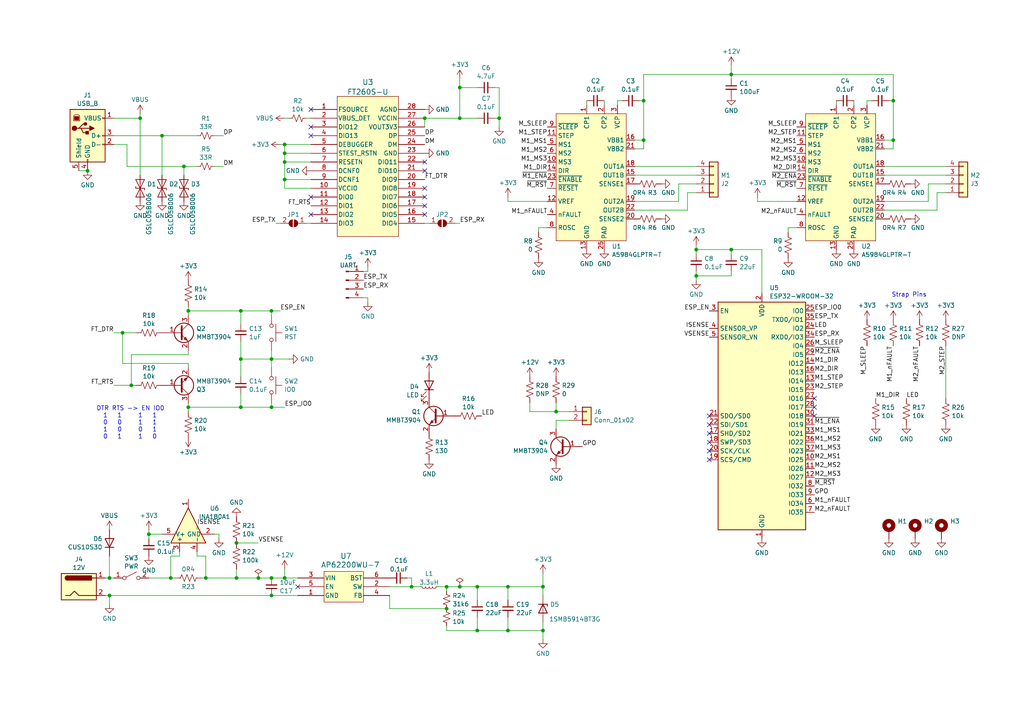
<source format=kicad_sch>
(kicad_sch (version 20231120) (generator "eeschema") (generator_version "8.0")
  (paper "A4")
  (junction (at 54.61 90.17))
  (junction (at 82.55 46.99))
  (junction (at 35.56 96.52))
  (junction (at 31.75 172.72))
  (junction (at 201.93 72.39))
  (junction (at 43.18 154.94))
  (junction (at 147.32 170.18))
  (junction (at 147.32 182.88))
  (junction (at 186.69 29.21))
  (junction (at 161.29 119.38))
  (junction (at 133.35 25.4))
  (junction (at 38.1 111.76))
  (junction (at 46.99 39.37))
  (junction (at 157.48 170.18))
  (junction (at 144.78 34.29))
  (junction (at 201.93 80.01))
  (junction (at 138.43 182.88))
  (junction (at 133.35 170.18))
  (junction (at 68.58 157.48))
  (junction (at 78.74 172.72))
  (junction (at 259.08 29.21))
  (junction (at 53.34 48.26))
  (junction (at 40.64 34.29))
  (junction (at 69.85 104.14))
  (junction (at 25.4 49.53))
  (junction (at 78.74 90.17))
  (junction (at 82.55 167.64))
  (junction (at 78.74 167.64))
  (junction (at 123.19 34.29))
  (junction (at 212.09 21.59))
  (junction (at 69.85 90.17))
  (junction (at 82.55 41.91))
  (junction (at 49.53 167.64))
  (junction (at 138.43 170.18))
  (junction (at 157.48 182.88))
  (junction (at 78.74 118.11))
  (junction (at 54.61 118.11))
  (junction (at 119.38 170.18))
  (junction (at 186.69 40.64))
  (junction (at 129.54 170.18))
  (junction (at 69.85 118.11))
  (junction (at 78.74 104.14))
  (junction (at 74.93 167.64))
  (junction (at 31.75 167.64))
  (junction (at 68.58 167.64))
  (junction (at 82.55 44.45))
  (junction (at 212.09 72.39))
  (junction (at 133.35 34.29))
  (junction (at 259.08 40.64))
  (junction (at 82.55 52.07))
  (junction (at 129.54 176.53))
  (junction (at 59.69 167.64))
  (no_connect (at 90.17 57.15))
  (no_connect (at 205.74 133.35))
  (no_connect (at 90.17 36.83))
  (no_connect (at 236.22 120.65))
  (no_connect (at 123.19 49.53))
  (no_connect (at 205.74 120.65))
  (no_connect (at 86.36 170.18))
  (no_connect (at 123.19 46.99))
  (no_connect (at 205.74 125.73))
  (no_connect (at 90.17 31.75))
  (no_connect (at 123.19 54.61))
  (no_connect (at 123.19 62.23))
  (no_connect (at 205.74 130.81))
  (no_connect (at 236.22 118.11))
  (no_connect (at 90.17 62.23))
  (no_connect (at 90.17 39.37))
  (no_connect (at 236.22 115.57))
  (no_connect (at 205.74 123.19))
  (no_connect (at 123.19 59.69))
  (no_connect (at 205.74 128.27))
  (no_connect (at 123.19 57.15))
  (wire (pts (xy 201.93 71.12) (xy 201.93 72.39)))
  (wire (pts (xy 54.61 88.9) (xy 54.61 90.17)))
  (wire (pts (xy 69.85 99.06) (xy 69.85 104.14)))
  (wire (pts (xy 46.99 39.37) (xy 46.99 50.8)))
  (wire (pts (xy 156.21 66.04) (xy 158.75 66.04)))
  (wire (pts (xy 259.08 43.18) (xy 259.08 40.64)))
  (wire (pts (xy 161.29 121.92) (xy 161.29 124.46)))
  (wire (pts (xy 31.75 161.29) (xy 31.75 167.64)))
  (wire (pts (xy 40.64 33.02) (xy 40.64 34.29)))
  (wire (pts (xy 69.85 118.11) (xy 78.74 118.11)))
  (wire (pts (xy 74.93 157.48) (xy 68.58 157.48)))
  (wire (pts (xy 31.75 172.72) (xy 78.74 172.72)))
  (wire (pts (xy 147.32 173.99) (xy 147.32 170.18)))
  (wire (pts (xy 147.32 58.42) (xy 158.75 58.42)))
  (wire (pts (xy 199.39 60.96) (xy 199.39 55.88)))
  (wire (pts (xy 201.93 80.01) (xy 201.93 81.28)))
  (wire (pts (xy 54.61 91.44) (xy 54.61 90.17)))
  (wire (pts (xy 219.71 58.42) (xy 231.14 58.42)))
  (wire (pts (xy 43.18 153.67) (xy 43.18 154.94)))
  (wire (pts (xy 63.5 156.21) (xy 63.5 154.94)))
  (wire (pts (xy 82.55 52.07) (xy 82.55 46.99)))
  (wire (pts (xy 256.54 48.26) (xy 274.32 48.26)))
  (wire (pts (xy 129.54 182.88) (xy 138.43 182.88)))
  (wire (pts (xy 196.85 58.42) (xy 196.85 53.34)))
  (wire (pts (xy 68.58 165.1) (xy 68.58 167.64)))
  (wire (pts (xy 83.82 104.14) (xy 78.74 104.14)))
  (wire (pts (xy 113.03 170.18) (xy 119.38 170.18)))
  (wire (pts (xy 82.55 34.29) (xy 83.82 34.29)))
  (wire (pts (xy 53.34 48.26) (xy 53.34 50.8)))
  (wire (pts (xy 80.01 64.77) (xy 81.28 64.77)))
  (wire (pts (xy 82.55 46.99) (xy 90.17 46.99)))
  (wire (pts (xy 271.78 55.88) (xy 274.32 55.88)))
  (wire (pts (xy 133.35 22.86) (xy 133.35 25.4)))
  (wire (pts (xy 33.02 111.76) (xy 38.1 111.76)))
  (wire (pts (xy 184.15 60.96) (xy 199.39 60.96)))
  (wire (pts (xy 31.75 172.72) (xy 31.75 175.26)))
  (wire (pts (xy 31.75 167.64) (xy 33.02 167.64)))
  (wire (pts (xy 184.15 58.42) (xy 196.85 58.42)))
  (wire (pts (xy 106.68 86.36) (xy 105.41 86.36)))
  (wire (pts (xy 30.48 172.72) (xy 31.75 172.72)))
  (wire (pts (xy 82.55 41.91) (xy 82.55 44.45)))
  (wire (pts (xy 201.93 78.74) (xy 201.93 80.01)))
  (wire (pts (xy 212.09 21.59) (xy 259.08 21.59)))
  (wire (pts (xy 157.48 180.34) (xy 157.48 182.88)))
  (wire (pts (xy 43.18 167.64) (xy 49.53 167.64)))
  (wire (pts (xy 212.09 72.39) (xy 212.09 73.66)))
  (wire (pts (xy 186.69 40.64) (xy 184.15 40.64)))
  (wire (pts (xy 52.07 161.29) (xy 52.07 160.02)))
  (wire (pts (xy 269.24 53.34) (xy 274.32 53.34)))
  (wire (pts (xy 49.53 161.29) (xy 52.07 161.29)))
  (wire (pts (xy 63.5 154.94) (xy 62.23 154.94)))
  (wire (pts (xy 82.55 44.45) (xy 82.55 46.99)))
  (wire (pts (xy 74.93 167.64) (xy 78.74 167.64)))
  (wire (pts (xy 69.85 104.14) (xy 78.74 104.14)))
  (wire (pts (xy 247.65 29.21) (xy 247.65 30.48)))
  (wire (pts (xy 78.74 104.14) (xy 78.74 101.6)))
  (wire (pts (xy 201.93 72.39) (xy 212.09 72.39)))
  (wire (pts (xy 106.68 87.63) (xy 106.68 86.36)))
  (wire (pts (xy 36.83 41.91) (xy 36.83 48.26)))
  (wire (pts (xy 78.74 116.84) (xy 78.74 118.11)))
  (wire (pts (xy 38.1 102.87) (xy 38.1 111.76)))
  (wire (pts (xy 129.54 176.53) (xy 113.03 176.53)))
  (wire (pts (xy 259.08 40.64) (xy 259.08 29.21)))
  (wire (pts (xy 228.6 66.04) (xy 231.14 66.04)))
  (wire (pts (xy 58.42 167.64) (xy 59.69 167.64)))
  (wire (pts (xy 124.46 64.77) (xy 123.19 64.77)))
  (wire (pts (xy 138.43 182.88) (xy 138.43 179.07)))
  (wire (pts (xy 118.11 167.64) (xy 119.38 167.64)))
  (wire (pts (xy 201.93 73.66) (xy 201.93 72.39)))
  (wire (pts (xy 62.23 39.37) (xy 64.77 39.37)))
  (wire (pts (xy 69.85 114.3) (xy 69.85 118.11)))
  (wire (pts (xy 186.69 29.21) (xy 186.69 21.59)))
  (wire (pts (xy 57.15 161.29) (xy 57.15 160.02)))
  (wire (pts (xy 78.74 172.72) (xy 86.36 172.72)))
  (wire (pts (xy 144.78 25.4) (xy 144.78 34.29)))
  (wire (pts (xy 38.1 111.76) (xy 39.37 111.76)))
  (wire (pts (xy 179.07 29.21) (xy 180.34 29.21)))
  (wire (pts (xy 251.46 29.21) (xy 252.73 29.21)))
  (wire (pts (xy 82.55 41.91) (xy 90.17 41.91)))
  (wire (pts (xy 138.43 182.88) (xy 147.32 182.88)))
  (wire (pts (xy 157.48 166.37) (xy 157.48 170.18)))
  (wire (pts (xy 78.74 104.14) (xy 78.74 106.68)))
  (wire (pts (xy 54.61 116.84) (xy 54.61 118.11)))
  (wire (pts (xy 69.85 90.17) (xy 78.74 90.17)))
  (wire (pts (xy 59.69 167.64) (xy 68.58 167.64)))
  (wire (pts (xy 242.57 29.21) (xy 242.57 30.48)))
  (wire (pts (xy 256.54 43.18) (xy 259.08 43.18)))
  (wire (pts (xy 165.1 121.92) (xy 161.29 121.92)))
  (wire (pts (xy 143.51 34.29) (xy 144.78 34.29)))
  (wire (pts (xy 22.86 49.53) (xy 25.4 49.53)))
  (wire (pts (xy 82.55 54.61) (xy 82.55 52.07)))
  (wire (pts (xy 256.54 50.8) (xy 274.32 50.8)))
  (wire (pts (xy 36.83 48.26) (xy 53.34 48.26)))
  (wire (pts (xy 153.67 116.84) (xy 153.67 119.38)))
  (wire (pts (xy 186.69 40.64) (xy 186.69 29.21)))
  (wire (pts (xy 88.9 34.29) (xy 90.17 34.29)))
  (wire (pts (xy 138.43 173.99) (xy 138.43 170.18)))
  (wire (pts (xy 123.19 34.29) (xy 123.19 36.83)))
  (wire (pts (xy 33.02 39.37) (xy 46.99 39.37)))
  (wire (pts (xy 257.81 29.21) (xy 259.08 29.21)))
  (wire (pts (xy 170.18 29.21) (xy 170.18 30.48)))
  (wire (pts (xy 43.18 154.94) (xy 43.18 156.21)))
  (wire (pts (xy 138.43 170.18) (xy 147.32 170.18)))
  (wire (pts (xy 78.74 167.64) (xy 82.55 167.64)))
  (wire (pts (xy 119.38 167.64) (xy 119.38 170.18)))
  (wire (pts (xy 143.51 25.4) (xy 144.78 25.4)))
  (wire (pts (xy 88.9 64.77) (xy 90.17 64.77)))
  (wire (pts (xy 30.48 167.64) (xy 31.75 167.64)))
  (wire (pts (xy 156.21 66.04) (xy 156.21 67.31)))
  (wire (pts (xy 184.15 48.26) (xy 201.93 48.26)))
  (wire (pts (xy 54.61 105.41) (xy 54.61 106.68)))
  (wire (pts (xy 129.54 170.18) (xy 133.35 170.18)))
  (wire (pts (xy 144.78 34.29) (xy 144.78 36.83)))
  (wire (pts (xy 82.55 167.64) (xy 86.36 167.64)))
  (wire (pts (xy 185.42 29.21) (xy 186.69 29.21)))
  (wire (pts (xy 212.09 19.05) (xy 212.09 21.59)))
  (wire (pts (xy 106.68 77.47) (xy 106.68 78.74)))
  (wire (pts (xy 54.61 105.41) (xy 35.56 105.41)))
  (wire (pts (xy 133.35 170.18) (xy 138.43 170.18)))
  (wire (pts (xy 153.67 119.38) (xy 161.29 119.38)))
  (wire (pts (xy 196.85 53.34) (xy 201.93 53.34)))
  (wire (pts (xy 184.15 43.18) (xy 186.69 43.18)))
  (wire (pts (xy 186.69 43.18) (xy 186.69 40.64)))
  (wire (pts (xy 35.56 105.41) (xy 35.56 96.52)))
  (wire (pts (xy 129.54 171.45) (xy 129.54 170.18)))
  (wire (pts (xy 259.08 29.21) (xy 259.08 21.59)))
  (wire (pts (xy 69.85 90.17) (xy 69.85 93.98)))
  (wire (pts (xy 81.28 90.17) (xy 78.74 90.17)))
  (wire (pts (xy 271.78 60.96) (xy 271.78 55.88)))
  (wire (pts (xy 33.02 96.52) (xy 35.56 96.52)))
  (wire (pts (xy 161.29 119.38) (xy 165.1 119.38)))
  (wire (pts (xy 228.6 67.31) (xy 228.6 66.04)))
  (wire (pts (xy 157.48 170.18) (xy 147.32 170.18)))
  (wire (pts (xy 54.61 101.6) (xy 54.61 102.87)))
  (wire (pts (xy 274.32 100.33) (xy 274.32 115.57)))
  (wire (pts (xy 119.38 170.18) (xy 121.92 170.18)))
  (wire (pts (xy 133.35 25.4) (xy 138.43 25.4)))
  (wire (pts (xy 90.17 54.61) (xy 82.55 54.61)))
  (wire (pts (xy 256.54 60.96) (xy 271.78 60.96)))
  (wire (pts (xy 82.55 167.64) (xy 82.55 165.1)))
  (wire (pts (xy 133.35 64.77) (xy 132.08 64.77)))
  (wire (pts (xy 40.64 34.29) (xy 33.02 34.29)))
  (wire (pts (xy 161.29 116.84) (xy 161.29 119.38)))
  (wire (pts (xy 269.24 58.42) (xy 269.24 53.34)))
  (wire (pts (xy 69.85 104.14) (xy 69.85 109.22)))
  (wire (pts (xy 212.09 72.39) (xy 220.98 72.39)))
  (wire (pts (xy 199.39 55.88) (xy 201.93 55.88)))
  (wire (pts (xy 179.07 30.48) (xy 179.07 29.21)))
  (wire (pts (xy 184.15 50.8) (xy 201.93 50.8)))
  (wire (pts (xy 147.32 179.07) (xy 147.32 182.88)))
  (wire (pts (xy 259.08 40.64) (xy 256.54 40.64)))
  (wire (pts (xy 251.46 30.48) (xy 251.46 29.21)))
  (wire (pts (xy 113.03 176.53) (xy 113.03 172.72)))
  (wire (pts (xy 43.18 154.94) (xy 46.99 154.94)))
  (wire (pts (xy 68.58 167.64) (xy 74.93 167.64)))
  (wire (pts (xy 157.48 182.88) (xy 147.32 182.88)))
  (wire (pts (xy 81.28 41.91) (xy 82.55 41.91)))
  (wire (pts (xy 157.48 170.18) (xy 157.48 172.72)))
  (wire (pts (xy 53.34 48.26) (xy 57.15 48.26)))
  (wire (pts (xy 49.53 167.64) (xy 49.53 161.29)))
  (wire (pts (xy 186.69 21.59) (xy 212.09 21.59)))
  (wire (pts (xy 129.54 182.88) (xy 129.54 181.61)))
  (wire (pts (xy 220.98 72.39) (xy 220.98 85.09)))
  (wire (pts (xy 212.09 21.59) (xy 212.09 22.86)))
  (wire (pts (xy 54.61 118.11) (xy 69.85 118.11)))
  (wire (pts (xy 54.61 90.17) (xy 69.85 90.17)))
  (wire (pts (xy 82.55 44.45) (xy 90.17 44.45)))
  (wire (pts (xy 59.69 161.29) (xy 57.15 161.29)))
  (wire (pts (xy 57.15 152.4) (xy 57.15 153.67)))
  (wire (pts (xy 35.56 96.52) (xy 39.37 96.52)))
  (wire (pts (xy 90.17 52.07) (xy 82.55 52.07)))
  (wire (pts (xy 133.35 34.29) (xy 123.19 34.29)))
  (wire (pts (xy 256.54 58.42) (xy 269.24 58.42)))
  (wire (pts (xy 175.26 29.21) (xy 175.26 30.48)))
  (wire (pts (xy 133.35 34.29) (xy 138.43 34.29)))
  (wire (pts (xy 212.09 80.01) (xy 212.09 78.74)))
  (wire (pts (xy 106.68 78.74) (xy 105.41 78.74)))
  (wire (pts (xy 219.71 57.15) (xy 219.71 58.42)))
  (wire (pts (xy 54.61 119.38) (xy 54.61 118.11)))
  (wire (pts (xy 157.48 182.88) (xy 157.48 185.42)))
  (wire (pts (xy 201.93 80.01) (xy 212.09 80.01)))
  (wire (pts (xy 147.32 57.15) (xy 147.32 58.42)))
  (wire (pts (xy 49.53 167.64) (xy 50.8 167.64)))
  (wire (pts (xy 59.69 167.64) (xy 59.69 161.29)))
  (wire (pts (xy 127 170.18) (xy 129.54 170.18)))
  (wire (pts (xy 62.23 48.26) (xy 64.77 48.26)))
  (wire (pts (xy 78.74 118.11) (xy 82.55 118.11)))
  (wire (pts (xy 46.99 39.37) (xy 57.15 39.37)))
  (wire (pts (xy 54.61 102.87) (xy 38.1 102.87)))
  (wire (pts (xy 33.02 41.91) (xy 36.83 41.91)))
  (wire (pts (xy 78.74 90.17) (xy 78.74 91.44)))
  (wire (pts (xy 40.64 34.29) (xy 40.64 50.8)))
  (wire (pts (xy 133.35 25.4) (xy 133.35 34.29)))
  (text "Strap Pins\n" (at 258.572 86.36 0) (effects (font (size 1.27 1.27)) (justify left bottom)))
  (text "DTR RTS -> EN IO0\n  1   1     1   1\n  0   0     1   1\n  1   0     0   1\n  0   1     1   0" (at 27.94 127.508 0) (effects (font (size 1.27 1.27)) (justify left bottom)))
  (label "ESP_RX" (at 133.35 64.77 0))
  (label "GPO" (at 236.22 143.51 0))
  (label "ESP_IO0" (at 82.55 118.11 0))
  (label "M2_MS1" (at 236.22 133.35 0))
  (label "FT_RTS" (at 90.17 59.69 180))
  (label "~{M_RST}" (at 231.14 54.61 180))
  (label "M1_DIR" (at 254 115.57 0))
  (label "M1_STEP" (at 236.22 110.49 0))
  (label "LED" (at 262.89 115.57 0))
  (label "ISENSE" (at 57.15 152.4 0))
  (label "ESP_TX" (at 236.22 92.71 0))
  (label "M1_MS3" (at 236.22 130.81 0))
  (label "M1_MS2" (at 236.22 128.27 0))
  (label "~{M_RST}" (at 236.22 140.97 0))
  (label "M2_MS3" (at 236.22 138.43 0))
  (label "M_SLEEP" (at 251.46 100.33 270))
  (label "ESP_IO0" (at 236.22 90.17 0))
  (label "LED" (at 236.22 95.25 0))
  (label "M2_nFAULT" (at 266.7 100.33 270))
  (label "M1_nFAULT" (at 158.75 62.23 180))
  (label "M2_DIR" (at 236.22 107.95 0))
  (label "M2_STEP" (at 231.14 39.37 180))
  (label "M2_STEP" (at 274.32 100.33 270))
  (label "M1_DIR" (at 158.75 49.53 180))
  (label "VSENSE" (at 205.74 97.79 180))
  (label "M1_STEP" (at 158.75 39.37 180))
  (label "M_SLEEP" (at 231.14 36.83 180))
  (label "M1_MS1" (at 158.75 41.91 180))
  (label "ESP_RX" (at 236.22 97.79 0))
  (label "M2_MS1" (at 231.14 41.91 180))
  (label "M1_nFAULT" (at 236.22 146.05 0))
  (label "VSENSE" (at 74.93 157.48 0))
  (label "M1_MS2" (at 158.75 44.45 180))
  (label "~{M1_ENA}" (at 158.75 52.07 180))
  (label "~{M_RST}" (at 158.75 54.61 180))
  (label "M_SLEEP" (at 236.22 100.33 0))
  (label "FT_RTS" (at 33.02 111.76 180))
  (label "ISENSE" (at 205.74 95.25 180))
  (label "ESP_TX" (at 80.01 64.77 180))
  (label "~{M2_ENA}" (at 236.22 102.87 0))
  (label "LED" (at 139.7 120.65 0))
  (label "M1_nFAULT" (at 259.08 100.33 270))
  (label "ESP_RX" (at 105.41 83.82 0))
  (label "M2_DIR" (at 231.14 49.53 180))
  (label "~{M1_ENA}" (at 236.22 123.19 0))
  (label "M2_MS3" (at 231.14 46.99 180))
  (label "M2_MS2" (at 236.22 135.89 0))
  (label "GPO" (at 168.91 129.54 0))
  (label "M2_STEP" (at 236.22 113.03 0))
  (label "M_SLEEP" (at 158.75 36.83 180))
  (label "M1_DIR" (at 236.22 105.41 0))
  (label "FT_DTR" (at 33.02 96.52 180))
  (label "DP" (at 64.77 39.37 0))
  (label "DM" (at 123.19 41.91 0))
  (label "M2_nFAULT" (at 236.22 148.59 0))
  (label "M1_MS1" (at 236.22 125.73 0))
  (label "M1_MS3" (at 158.75 46.99 180))
  (label "FT_DTR" (at 123.19 52.07 0))
  (label "ESP_EN" (at 81.28 90.17 0))
  (label "DP" (at 123.19 39.37 0))
  (label "ESP_EN" (at 205.74 90.17 180))
  (label "DM" (at 64.77 48.26 0))
  (label "~{M2_ENA}" (at 231.14 52.07 180))
  (label "ESP_TX" (at 105.41 81.28 0))
  (label "M2_nFAULT" (at 231.14 62.23 180))
  (label "M2_MS2" (at 231.14 44.45 180))
  (symbol (lib_id "power:GND") (at 161.29 134.62 0) (unit 1)
    (property "Reference" "#PWR040" (effects (hide yes)))
    (property "Value" "GND" (at 161.29 138.7531 0))
  )
  (symbol (lib_id "power:+3V3") (at 274.32 92.71 0) (unit 1)
    (property "Reference" "#PWR033" (effects (hide yes)))
    (property "Value" "+3V3" (at 274.32 88.5769 0))
  )
  (symbol (lib_id "power:+12V") (at 82.55 165.1 0) (unit 1)
    (property "Reference" "#PWR049" (effects (hide yes)))
    (property "Value" "+12V" (at 82.55 160.9669 0))
  )
  (symbol (lib_id "Device:C_Small") (at 78.74 170.18 0) (mirror x) (unit 1)
    (property "Reference" "C17" (at 81.0641 171.3858 0) (effects (justify left)))
    (property "Value" "10uF" (at 81.0641 168.9616 0) (effects (justify left)))
    (property "Footprint" "Capacitor_SMD:C_0805_2012Metric_Pad1.18x1.45mm_HandSolder" (effects (hide yes)))
  )
  (symbol (lib_id "power:GND") (at 40.64 58.42 0) (unit 1)
    (property "Reference" "#PWR018" (effects (hide yes)))
    (property "Value" "GND" (at 40.64 62.5531 0))
  )
  (symbol (lib_id "power:GND") (at 212.09 27.94 0) (unit 1)
    (property "Reference" "#PWR02" (effects (hide yes)))
    (property "Value" "GND" (at 212.09 32.0731 0))
  )
  (symbol (lib_id "Connector:Conn_01x04_Pin") (at 100.33 81.28 0) (unit 1)
    (property "Reference" "J5" (at 100.965 74.5195 0))
    (property "Value" "UART" (at 100.965 76.9437 0))
    (property "Footprint" "Connector_PinHeader_2.54mm:PinHeader_1x04_P2.54mm_Vertical" (effects (hide yes)))
  )
  (symbol (lib_id "power:GND") (at 25.4 49.53 0) (unit 1)
    (property "Reference" "#PWR010" (effects (hide yes)))
    (property "Value" "GND" (at 25.4 53.6631 0))
  )
  (symbol (lib_id "Mechanical:MountingHole_Pad") (at 265.43 153.67 0) (unit 1)
    (property "Reference" "H2" (at 267.97 151.1879 0) (effects (justify left)))
    (property "Value" "MountingHole_Pad" (effects (hide yes)))
    (property "Footprint" "MountingHole:MountingHole_3.2mm_M3_Pad" (effects (hide yes)))
  )
  (symbol (lib_id "Device:R_US") (at 124.46 129.54 0) (unit 1)
    (property "Reference" "R13" (at 126.111 128.3279 0) (effects (justify left)))
    (property "Value" "130" (at 126.111 130.7521 0) (effects (justify left)))
    (property "Footprint" "Resistor_SMD:R_0805_2012Metric_Pad1.20x1.40mm_HandSolder" (effects (hide yes)))
  )
  (symbol (lib_id "power:VBUS") (at 31.75 153.67 0) (unit 1)
    (property "Reference" "#PWR034" (effects (hide yes)))
    (property "Value" "VBUS" (at 31.75 149.5369 0))
  )
  (symbol (lib_id "Device:C_Small") (at 245.11 29.21 90) (unit 1)
    (property "Reference" "C4" (at 245.1163 23.5036 90))
    (property "Value" "0.1uF" (at 245.1163 25.9278 90))
    (property "Footprint" "Capacitor_SMD:C_0805_2012Metric_Pad1.18x1.45mm_HandSolder" (effects (hide yes)))
    (property "Digikey PN" "311-1140-1-ND" (effects (hide yes)))
  )
  (symbol (lib_id "power:GND") (at 264.16 53.34 90) (unit 1)
    (property "Reference" "#PWR09" (effects (hide yes)))
    (property "Value" "GND" (at 264.16 55.88 90) (effects (justify right)))
  )
  (symbol (lib_id "power:+3V3") (at 133.35 22.86 0) (unit 1)
    (property "Reference" "#PWR03" (effects (hide yes)))
    (property "Value" "+3V3" (at 133.35 18.7269 0))
  )
  (symbol (lib_id "power:+12V") (at 153.67 109.22 0) (unit 1)
    (property "Reference" "#PWR042" (effects (hide yes)))
    (property "Value" "+12V" (at 153.67 105.0869 0))
  )
  (symbol (lib_id "power:+3V3") (at 54.61 81.28 0) (unit 1)
    (property "Reference" "#PWR036" (effects (hide yes)))
    (property "Value" "+3V3" (at 54.61 77.1469 0))
  )
  (symbol (lib_id "power:GND") (at 191.77 63.5 90) (unit 1)
    (property "Reference" "#PWR016" (effects (hide yes)))
    (property "Value" "GND" (at 191.77 66.04 90) (effects (justify right)))
  )
  (symbol (lib_id "Device:R_US") (at 43.18 111.76 90) (unit 1)
    (property "Reference" "R19" (at 43.18 106.7267 90))
    (property "Value" "10k" (at 43.18 109.1509 90))
    (property "Footprint" "Resistor_SMD:R_0805_2012Metric_Pad1.20x1.40mm_HandSolder" (effects (hide yes)))
  )
  (symbol (lib_id "Device:R_US") (at 43.18 96.52 90) (unit 1)
    (property "Reference" "R18" (at 43.18 91.4867 90))
    (property "Value" "10k" (at 43.18 93.9109 90))
    (property "Footprint" "Resistor_SMD:R_0805_2012Metric_Pad1.20x1.40mm_HandSolder" (effects (hide yes)))
  )
  (symbol (lib_id "Device:C_Small") (at 182.88 29.21 90) (unit 1)
    (property "Reference" "C3" (at 182.8863 23.5036 90))
    (property "Value" "0.1uF" (at 182.8863 25.9278 90))
    (property "Footprint" "Capacitor_SMD:C_0805_2012Metric_Pad1.18x1.45mm_HandSolder" (effects (hide yes)))
    (property "Digikey PN" "311-1140-1-ND" (effects (hide yes)))
  )
  (symbol (lib_id "power:GND") (at 220.98 156.21 0) (unit 1)
    (property "Reference" "#PWR043" (effects (hide yes)))
    (property "Value" "GND" (at 220.98 160.3431 0))
  )
  (symbol (lib_id "Device:R_Small_US") (at 86.36 34.29 90) (unit 1)
    (property "Reference" "R2" (at 86.36 29.2567 90))
    (property "Value" "10k" (at 86.36 31.6809 90))
    (property "Footprint" "Resistor_SMD:R_0805_2012Metric_Pad1.20x1.40mm_HandSolder" (effects (hide yes)))
  )
  (symbol (lib_id "power:GND") (at 83.82 104.14 90) (unit 1)
    (property "Reference" "#PWR041" (effects (hide yes)))
    (property "Value" "GND" (at 86.995 104.14 90) (effects (justify right)))
  )
  (symbol (lib_id "power:GND") (at 201.93 81.28 0) (unit 1)
    (property "Reference" "#PWR028" (effects (hide yes)))
    (property "Value" "GND" (at 201.93 85.4131 0))
  )
  (symbol (lib_id "power:GND") (at 228.6 74.93 0) (unit 1)
    (property "Reference" "#PWR027" (effects (hide yes)))
    (property "Value" "GND" (at 228.6 79.0631 0))
  )
  (symbol (lib_id "AP62200WU_7:AP62200WU-7") (at 80.01 168.91 0) (mirror x) (unit 1)
    (property "Reference" "U7" (at 100.33 161.29 0) (effects (font (size 1.524 1.524))))
    (property "Value" "AP62200WU-7" (at 101.6 163.83 0) (effects (font (size 1.524 1.524))))
    (property "Footprint" "Package_TO_SOT_SMD:TSOT-23-6_HandSoldering" (effects (hide yes)))
    (property "Datasheet" "AP62200WU-7" (effects (hide yes)))
  )
  (symbol (lib_id "Device:C_Small") (at 212.09 25.4 0) (unit 1)
    (property "Reference" "C1" (at 214.4141 24.1942 0) (effects (justify left)))
    (property "Value" "100uF" (at 214.4141 26.6184 0) (effects (justify left)))
    (property "Footprint" "Capacitor_THT:C_Radial_D5.0mm_H7.0mm_P2.00mm" (effects (hide yes)))
  )
  (symbol (lib_id "Device:C_Small") (at 140.97 34.29 90) (unit 1)
    (property "Reference" "C7" (at 140.9763 28.5836 90))
    (property "Value" "0.1uF" (at 140.9763 31.0078 90))
    (property "Footprint" "Capacitor_SMD:C_0805_2012Metric_Pad1.18x1.45mm_HandSolder" (effects (hide yes)))
    (property "Digikey PN" "311-1140-1-ND" (effects (hide yes)))
  )
  (symbol (lib_id "Device:C_Small") (at 147.32 176.53 0) (unit 1)
    (property "Reference" "C19" (at 149.6441 175.3242 0) (effects (justify left)))
    (property "Value" "22uF" (at 149.6441 177.7484 0) (effects (justify left)))
    (property "Footprint" "Capacitor_SMD:C_0805_2012Metric_Pad1.18x1.45mm_HandSolder" (effects (hide yes)))
    (property "Digikey PN" "1276-6687-1-ND" (effects (hide yes)))
  )
  (symbol (lib_id "power:GND") (at 262.89 123.19 0) (unit 1)
    (property "Reference" "#PWR039" (effects (hide yes)))
    (property "Value" "GND" (at 262.89 127.3231 0))
  )
  (symbol (lib_id "A5984:A5984") (at 172.72 31.75 0) (unit 1)
    (property "Reference" "U1" (at 177.4541 71.4431 0) (effects (justify left)))
    (property "Value" "A5984GLPTR-T" (at 177.4541 73.8673 0) (effects (justify left)))
    (property "Footprint" "Package_SO:TSSOP-24-1EP_4.4x7.8mm_P0.65mm_EP3.2x5mm" (effects (hide yes)))
    (property "Datasheet" "https://www.allegromicro.com/~/media/Files/Datasheets/A5984-Datasheet.ashx" (effects (hide yes)))
    (property "Digikey PN" "620-1787-1-ND" (effects (hide yes)))
  )
  (symbol (lib_id "Device:R_US") (at 274.32 119.38 180) (unit 1)
    (property "Reference" "R26" (at 275.971 118.1678 0) (effects (justify right)))
    (property "Value" "10k" (at 275.971 120.5921 0) (effects (justify right)))
    (property "Footprint" "Resistor_SMD:R_0805_2012Metric_Pad1.20x1.40mm_HandSolder" (effects (hide yes)))
  )
  (symbol (lib_id "Device:R_Small_US") (at 59.69 39.37 90) (unit 1)
    (property "Reference" "R1" (at 59.69 34.3367 90))
    (property "Value" "33R" (at 59.69 36.7609 90))
    (property "Footprint" "Resistor_SMD:R_0805_2012Metric_Pad1.20x1.40mm_HandSolder" (effects (hide yes)))
    (property "Digikey PN" "RMCF0805JT33R0CT-ND" (effects (hide yes)))
  )
  (symbol (lib_id "Device:R_US") (at 228.6 71.12 0) (unit 1)
    (property "Reference" "R9" (at 226.949 69.9079 0) (effects (justify right)))
    (property "Value" "0" (at 226.949 72.3321 0) (effects (justify right)))
    (property "Footprint" "Resistor_SMD:R_0805_2012Metric_Pad1.20x1.40mm_HandSolder" (effects (hide yes)))
    (property "Digikey PN" "311-0.0ARCT-ND" (effects (hide yes)))
  )
  (symbol (lib_id "Connector_Generic:Conn_01x04") (at 207.01 53.34 0) (mirror x) (unit 1)
    (property "Reference" "J2" (at 209.042 53.2821 0) (effects (justify left)))
    (property "Value" "M1" (at 209.042 50.8579 0) (effects (justify left)))
    (property "Footprint" "Connector_JST:JST_PH_S4B-PH-K_1x04_P2.00mm_Horizontal" (effects (hide yes)))
    (property "Digikey PN" "455-1721-ND" (effects (hide yes)))
  )
  (symbol (lib_id "power:GND") (at 53.34 58.42 0) (unit 1)
    (property "Reference" "#PWR020" (effects (hide yes)))
    (property "Value" "GND" (at 53.34 62.5531 0))
  )
  (symbol (lib_id "Device:R_US") (at 156.21 71.12 0) (unit 1)
    (property "Reference" "R8" (at 154.559 69.9079 0) (effects (justify right)))
    (property "Value" "0" (at 154.559 72.3321 0) (effects (justify right)))
    (property "Footprint" "Resistor_SMD:R_0805_2012Metric_Pad1.20x1.40mm_HandSolder" (effects (hide yes)))
    (property "Digikey PN" "311-0.0ARCT-ND" (effects (hide yes)))
  )
  (symbol (lib_id "Device:C_Small") (at 172.72 29.21 90) (unit 1)
    (property "Reference" "C2" (at 172.7263 23.5036 90))
    (property "Value" "0.1uF" (at 172.7263 25.9278 90))
    (property "Footprint" "Capacitor_SMD:C_0805_2012Metric_Pad1.18x1.45mm_HandSolder" (effects (hide yes)))
    (property "Digikey PN" "311-1140-1-ND" (effects (hide yes)))
  )
  (symbol (lib_id "Device:R_US") (at 262.89 119.38 0) (unit 1)
    (property "Reference" "R17" (at 264.541 118.1679 0) (effects (justify left)))
    (property "Value" "10k" (at 264.541 120.5921 0) (effects (justify left)))
    (property "Footprint" "Resistor_SMD:R_0805_2012Metric_Pad1.20x1.40mm_HandSolder" (effects (hide yes)))
  )
  (symbol (lib_id "Device:C_Small") (at 140.97 25.4 90) (unit 1)
    (property "Reference" "C6" (at 140.9763 19.6936 90))
    (property "Value" "4.7uF" (at 140.9763 22.1178 90))
    (property "Footprint" "Capacitor_SMD:C_0805_2012Metric_Pad1.18x1.45mm_HandSolder" (effects (hide yes)))
    (property "Digikey PN" "1276-1244-1-ND" (effects (hide yes)))
  )
  (symbol (lib_id "Device:R_US") (at 135.89 120.65 90) (unit 1)
    (property "Reference" "R16" (at 135.89 115.6165 90))
    (property "Value" "10k" (at 135.89 118.0408 90))
    (property "Footprint" "Resistor_SMD:R_0805_2012Metric_Pad1.20x1.40mm_HandSolder" (effects (hide yes)))
  )
  (symbol (lib_id "power:GND") (at 175.26 72.39 0) (unit 1)
    (property "Reference" "#PWR023" (effects (hide yes)))
    (property "Value" "GND" (at 175.26 76.5231 0))
  )
  (symbol (lib_id "Device:R_US") (at 153.67 113.03 0) (unit 1)
    (property "Reference" "R28" (at 155.321 111.8178 0) (effects (justify left)))
    (property "Value" "DNP" (at 155.321 114.2421 0) (effects (justify left)))
    (property "Description" "Resistor, US symbol" (effects (hide yes)))
  )
  (symbol (lib_id "Transistor_BJT:MMBT3904") (at 52.07 111.76 0) (mirror x) (unit 1)
    (property "Reference" "Q3" (at 56.9214 112.9721 0) (effects (justify left)))
    (property "Value" "MMBT3904" (at 56.9214 110.5479 0) (effects (justify left)))
    (property "Footprint" "Package_TO_SOT_SMD:SOT-23" (effects (hide yes)))
    (property "Datasheet" "https://www.onsemi.com/pdf/datasheet/pzt3904-d.pdf" (effects (hide yes)))
  )
  (symbol (lib_id "power:GND") (at 265.43 156.21 0) (unit 1)
    (property "Reference" "#PWR056" (effects (hide yes)))
    (property "Value" "GND" (at 265.43 160.3431 0))
  )
  (symbol (lib_id "power:+3V3") (at 147.32 57.15 0) (unit 1)
    (property "Reference" "#PWR012" (effects (hide yes)))
    (property "Value" "+3V3" (at 147.32 53.0169 0))
  )
  (symbol (lib_id "power:GND") (at 123.19 44.45 90) (unit 1)
    (property "Reference" "#PWR014" (effects (hide yes)))
    (property "Value" "GND" (at 126.365 44.45 90) (effects (justify right)))
  )
  (symbol (lib_id "Jumper:SolderJumper_2_Open") (at 85.09 64.77 0) (mirror y) (unit 1)
    (property "Reference" "JP1" (at 85.09 62.23 0))
    (property "Value" "SolderJumper_2_Open" (effects (hide yes)))
    (property "Footprint" "Jumper:SolderJumper-2_P1.3mm_Open_TrianglePad1.0x1.5mm" (effects (hide yes)))
  )
  (symbol (lib_id "Device:D_Zener") (at 157.48 176.53 270) (unit 1)
    (property "Reference" "D5" (at 159.512 175.3178 90) (effects (justify left)))
    (property "Value" "1SMB5914BT3G" (at 159.258 179.578 90) (effects (justify left)))
    (property "Description" "Zener diode" (effects (hide yes)))
  )
  (symbol (lib_id "Device:R_US") (at 251.46 96.52 0) (unit 1)
    (property "Reference" "R10" (at 253.111 95.3079 0) (effects (justify left)))
    (property "Value" "10k" (at 253.111 97.7321 0) (effects (justify left)))
    (property "Footprint" "Resistor_SMD:R_0805_2012Metric_Pad1.20x1.40mm_HandSolder" (effects (hide yes)))
  )
  (symbol (lib_id "Connector_Generic:Conn_01x02") (at 170.18 119.38 0) (unit 1)
    (property "Reference" "J6" (at 172.212 119.4378 0) (effects (justify left)))
    (property "Value" "Conn_01x02" (at 172.212 121.8621 0) (effects (justify left)))
    (property "Description" "Generic connector, single row, 01x02, script generated (kicad-library-utils/schlib/autogen/connector/)" (effects (hide yes)))
  )
  (symbol (lib_id "Device:R_US") (at 266.7 96.52 0) (unit 1)
    (property "Reference" "R12" (at 268.351 95.3079 0) (effects (justify left)))
    (property "Value" "10k" (at 268.351 97.7321 0) (effects (justify left)))
    (property "Footprint" "Resistor_SMD:R_0805_2012Metric_Pad1.20x1.40mm_HandSolder" (effects (hide yes)))
  )
  (symbol (lib_id "power:GND") (at 46.99 58.42 0) (unit 1)
    (property "Reference" "#PWR019" (effects (hide yes)))
    (property "Value" "GND" (at 46.99 62.5531 0))
  )
  (symbol (lib_id "Device:R_US") (at 274.32 96.52 180) (unit 1)
    (property "Reference" "R27" (at 275.971 95.3078 0) (effects (justify right)))
    (property "Value" "DNP" (at 275.971 97.7321 0) (effects (justify right)))
    (property "Footprint" "Resistor_SMD:R_0805_2012Metric_Pad1.20x1.40mm_HandSolder" (effects (hide yes)))
  )
  (symbol (lib_id "Device:R_US") (at 260.35 63.5 270) (unit 1)
    (property "Reference" "R7" (at 261.62 66.04 90))
    (property "Value" "0R4" (at 257.81 66.04 90))
    (property "Footprint" "Resistor_SMD:R_1206_3216Metric_Pad1.30x1.75mm_HandSolder" (effects (hide yes)))
    (property "Digikey PN" "283-MFHA1206R4000FCCT-ND" (effects (hide yes)))
  )
  (symbol (lib_id "Diode:ESD9B3.3ST5G") (at 46.99 54.61 90) (unit 1)
    (property "Reference" "D2" (at 48.9966 53.3979 90) (effects (justify right)))
    (property "Value" "GSLC05B006" (at 49.53 55.88 0) (effects (justify right)))
    (property "Footprint" "Diode_SMD:D_SOD-323_HandSoldering" (effects (hide yes)))
    (property "Datasheet" "https://goodarksemi.com/docs/datasheets/esd_tvs/GSLCxxB006.pdf" (effects (hide yes)))
    (property "Digikey PN" "4786-GSLC05B006CT-ND" (effects (hide yes)))
  )
  (symbol (lib_id "power:GND") (at 257.81 156.21 0) (unit 1)
    (property "Reference" "#PWR055" (effects (hide yes)))
    (property "Value" "GND" (at 257.81 160.3431 0))
  )
  (symbol (lib_id "Device:D") (at 31.75 157.48 270) (mirror x) (unit 1)
    (property "Reference" "D6" (at 29.718 156.2678 90) (effects (justify right)))
    (property "Value" "CUS10S30" (at 29.718 158.6921 90) (effects (justify right)))
    (property "Description" "Diode" (effects (hide yes)))
    (property "Sim.Device" "D" (effects (hide yes)))
    (property "Sim.Pins" "1=K 2=A" (effects (hide yes)))
  )
  (symbol (lib_id "power:GND") (at 63.5 156.21 0) (unit 1)
    (property "Reference" "#PWR047" (effects (hide yes)))
    (property "Value" "GND" (at 63.5 160.3431 0))
  )
  (symbol (lib_id "Device:R_US") (at 259.08 96.52 0) (unit 1)
    (property "Reference" "R11" (at 260.731 95.3079 0) (effects (justify left)))
    (property "Value" "10k" (at 260.731 97.7321 0) (effects (justify left)))
    (property "Footprint" "Resistor_SMD:R_0805_2012Metric_Pad1.20x1.40mm_HandSolder" (effects (hide yes)))
  )
  (symbol (lib_id "Switch:SW_Push") (at 78.74 111.76 270) (unit 1)
    (property "Reference" "SW2" (at 82.423 110.5479 90) (effects (justify left)))
    (property "Value" "IO0" (at 82.423 112.9721 90) (effects (justify left)))
    (property "Footprint" "TS04-66-43-BK-160:SW_TS04-66-43-BK-160-SMT" (effects (hide yes)))
    (property "Digikey PN" "2223-TS04-66-43-BK-160-SMT-ND" (effects (hide yes)))
  )
  (symbol (lib_id "Device:C_Small") (at 69.85 96.52 0) (unit 1)
    (property "Reference" "C13" (at 72.1741 95.3141 0) (effects (justify left)))
    (property "Value" "1uF" (at 72.1741 97.7384 0) (effects (justify left)))
    (property "Footprint" "Capacitor_SMD:C_0805_2012Metric_Pad1.18x1.45mm_HandSolder" (effects (hide yes)))
    (property "Digikey PN" "311-1140-1-ND" (effects (hide yes)))
  )
  (symbol (lib_id "power:+3V3") (at 124.46 107.95 0) (unit 1)
    (property "Reference" "#PWR029" (effects (hide yes)))
    (property "Value" "+3V3" (at 124.46 103.8169 0))
  )
  (symbol (lib_id "Diode:ESD9B3.3ST5G") (at 53.34 54.61 90) (unit 1)
    (property "Reference" "D3" (at 55.3466 53.3979 90) (effects (justify right)))
    (property "Value" "GSLC05B006" (at 55.88 55.88 0) (effects (justify right)))
    (property "Footprint" "Diode_SMD:D_SOD-323_HandSoldering" (effects (hide yes)))
    (property "Datasheet" "https://goodarksemi.com/docs/datasheets/esd_tvs/GSLCxxB006.pdf" (effects (hide yes)))
    (property "Digikey PN" "4786-GSLC05B006CT-ND" (effects (hide yes)))
  )
  (symbol (lib_id "Transistor_BJT:MMBT3904") (at 127 120.65 0) (mirror y) (unit 1)
    (property "Reference" "Q1" (at 122.1486 119.4379 0) (effects (justify left)))
    (property "Value" "MMBT3904" (at 122.1486 121.8621 0) (effects (justify left)))
    (property "Footprint" "Package_TO_SOT_SMD:SOT-23" (effects (hide yes)))
    (property "Datasheet" "https://www.onsemi.com/pdf/datasheet/pzt3904-d.pdf" (effects (hide yes)))
  )
  (symbol (lib_id "power:+3V3") (at 54.61 127 180) (unit 1)
    (property "Reference" "#PWR046" (effects (hide yes)))
    (property "Value" "+3V3" (at 54.61 131.1331 0))
  )
  (symbol (lib_id "Switch:SW_SPST") (at 38.1 167.64 0) (unit 1)
    (property "Reference" "SW3" (at 38.1 161.8447 0))
    (property "Value" "PWR" (at 38.1 164.2689 0))
    (property "Footprint" "R13-66:R13-66" (effects (hide yes)))
  )
  (symbol (lib_id "Device:R_US") (at 260.35 53.34 270) (unit 1)
    (property "Reference" "R4" (at 261.62 55.88 90))
    (property "Value" "0R4" (at 257.81 55.88 90))
    (property "Footprint" "Resistor_SMD:R_1206_3216Metric_Pad1.30x1.75mm_HandSolder" (effects (hide yes)))
    (property "Digikey PN" "283-MFHA1206R4000FCCT-ND" (effects (hide yes)))
  )
  (symbol (lib_id "power:GND") (at 274.32 123.19 0) (unit 1)
    (property "Reference" "#PWR037" (effects (hide yes)))
    (property "Value" "GND" (at 274.32 127.3231 0))
  )
  (symbol (lib_id "Transistor_BJT:MMBT3904") (at 52.07 96.52 0) (unit 1)
    (property "Reference" "Q2" (at 56.9214 95.3079 0) (effects (justify left)))
    (property "Value" "MMBT3904" (at 56.9214 97.7321 0) (effects (justify left)))
    (property "Footprint" "Package_TO_SOT_SMD:SOT-23" (effects (hide yes)))
    (property "Datasheet" "https://www.onsemi.com/pdf/datasheet/pzt3904-d.pdf" (effects (hide yes)))
  )
  (symbol (lib_id "Device:R_US") (at 187.96 63.5 270) (unit 1)
    (property "Reference" "R6" (at 189.23 66.04 90))
    (property "Value" "0R4" (at 185.42 66.04 90))
    (property "Footprint" "Resistor_SMD:R_1206_3216Metric_Pad1.30x1.75mm_HandSolder" (effects (hide yes)))
    (property "Digikey PN" "283-MFHA1206R4000FCCT-ND" (effects (hide yes)))
  )
  (symbol (lib_id "Device:C_Small") (at 212.09 76.2 0) (unit 1)
    (property "Reference" "C9" (at 214.4141 74.9942 0) (effects (justify left)))
    (property "Value" "22uF" (at 214.4141 77.4184 0) (effects (justify left)))
    (property "Footprint" "Capacitor_SMD:C_0805_2012Metric_Pad1.18x1.45mm_HandSolder" (effects (hide yes)))
    (property "Digikey PN" "1276-6687-1-ND" (effects (hide yes)))
  )
  (symbol (lib_id "power:+3V3") (at 266.7 92.71 0) (unit 1)
    (property "Reference" "#PWR032" (effects (hide yes)))
    (property "Value" "+3V3" (at 266.7 88.5769 0))
  )
  (symbol (lib_id "Device:R_US") (at 187.96 53.34 270) (unit 1)
    (property "Reference" "R3" (at 189.23 55.88 90))
    (property "Value" "0R4" (at 185.42 55.88 90))
    (property "Footprint" "Resistor_SMD:R_1206_3216Metric_Pad1.30x1.75mm_HandSolder" (effects (hide yes)))
    (property "Digikey PN" "283-MFHA1206R4000FCCT-ND" (effects (hide yes)))
  )
  (symbol (lib_id "Device:C_Small") (at 255.27 29.21 90) (unit 1)
    (property "Reference" "C5" (at 255.2763 23.5036 90))
    (property "Value" "0.1uF" (at 255.2763 25.9278 90))
    (property "Footprint" "Capacitor_SMD:C_0805_2012Metric_Pad1.18x1.45mm_HandSolder" (effects (hide yes)))
    (property "Digikey PN" "311-1140-1-ND" (effects (hide yes)))
  )
  (symbol (lib_id "Mechanical:MountingHole_Pad") (at 257.81 153.67 0) (unit 1)
    (property "Reference" "H1" (at 260.35 151.1879 0) (effects (justify left)))
    (property "Value" "MountingHole_Pad" (effects (hide yes)))
    (property "Footprint" "MountingHole:MountingHole_3.2mm_M3_Pad" (effects (hide yes)))
  )
  (symbol (lib_id "power:+3V3") (at 201.93 71.12 0) (unit 1)
    (property "Reference" "#PWR021" (effects (hide yes)))
    (property "Value" "+3V3" (at 201.93 66.9869 0))
  )
  (symbol (lib_id "Amplifier_Current:INA180A1") (at 54.61 152.4 90) (unit 1)
    (property "Reference" "U6" (at 62.23 147.4358 90))
    (property "Value" "INA180A1" (at 62.23 149.86 90))
    (property "Footprint" "Package_TO_SOT_SMD:SOT-23-5" (effects (hide yes)))
    (property "Datasheet" "http://www.ti.com/lit/ds/symlink/ina180.pdf" (effects (hide yes)))
    (property "Digikey PN" "296-47652-1-ND" (effects (hide yes)))
  )
  (symbol (lib_id "Device:C_Small") (at 115.57 167.64 270) (mirror x) (unit 1)
    (property "Reference" "C16" (at 114.3 162.56 90) (effects (justify left)))
    (property "Value" "0.1uF" (at 113.03 165.1 90) (effects (justify left)))
    (property "Footprint" "Capacitor_SMD:C_0805_2012Metric_Pad1.18x1.45mm_HandSolder" (effects (hide yes)))
    (property "Digikey PN" "311-1140-1-ND" (effects (hide yes)))
  )
  (symbol (lib_id "power:+12V") (at 212.09 19.05 0) (unit 1)
    (property "Reference" "#PWR01" (effects (hide yes)))
    (property "Value" "+12V" (at 212.09 14.9169 0))
  )
  (symbol (lib_id "Device:C_Small") (at 138.43 176.53 0) (unit 1)
    (property "Reference" "C18" (at 140.7541 175.3242 0) (effects (justify left)))
    (property "Value" "22uF" (at 140.7541 177.7484 0) (effects (justify left)))
    (property "Footprint" "Capacitor_SMD:C_0805_2012Metric_Pad1.18x1.45mm_HandSolder" (effects (hide yes)))
    (property "Digikey PN" "1276-6687-1-ND" (effects (hide yes)))
  )
  (symbol (lib_id "power:GND") (at 124.46 133.35 0) (unit 1)
    (property "Reference" "#PWR035" (effects (hide yes)))
    (property "Value" "GND" (at 124.46 137.4831 0))
  )
  (symbol (lib_id "power:GND") (at 264.16 63.5 90) (unit 1)
    (property "Reference" "#PWR017" (effects (hide yes)))
    (property "Value" "GND" (at 264.16 66.04 90) (effects (justify right)))
  )
  (symbol (lib_id "power:GND") (at 31.75 175.26 0) (unit 1)
    (property "Reference" "#PWR051" (effects (hide yes)))
    (property "Value" "GND" (at 31.75 179.3931 0))
  )
  (symbol (lib_id "power:PWR_FLAG") (at 74.93 167.64 0) (unit 1)
    (property "Reference" "#FLG01" (effects (hide yes)))
    (property "Value" "PWR_FLAG" (effects (hide yes)))
  )
  (symbol (lib_id "Device:L_Small") (at 124.46 170.18 90) (mirror x) (unit 1)
    (property "Reference" "L1" (at 124.46 166.37 90))
    (property "Value" "3.3uH" (at 124.46 168.91 90))
    (property "Footprint" "Inductor_SMD:L_0805_2012Metric_Pad1.15x1.40mm_HandSolder" (effects (hide yes)))
  )
  (symbol (lib_id "Device:R_US") (at 68.58 153.67 0) (unit 1)
    (property "Reference" "R21" (at 70.231 152.4579 0) (effects (justify left)))
    (property "Value" "10k" (at 70.231 154.8821 0) (effects (justify left)))
    (property "Footprint" "Resistor_SMD:R_0805_2012Metric_Pad1.20x1.40mm_HandSolder" (effects (hide yes)))
  )
  (symbol (lib_id "power:GND") (at 90.17 49.53 270) (unit 1)
    (property "Reference" "#PWR015" (effects (hide yes)))
    (property "Value" "GND" (at 86.9951 49.53 90) (effects (justify right)))
  )
  (symbol (lib_id "power:GND") (at 191.77 53.34 90) (unit 1)
    (property "Reference" "#PWR08" (effects (hide yes)))
    (property "Value" "GND" (at 191.77 55.88 90) (effects (justify right)))
  )
  (symbol (lib_id "power:GND") (at 68.58 149.86 180) (unit 1)
    (property "Reference" "#PWR044" (effects (hide yes)))
    (property "Value" "GND" (at 68.58 145.7269 0))
  )
  (symbol (lib_id "Connector_Generic:Conn_01x04") (at 279.4 53.34 0) (mirror x) (unit 1)
    (property "Reference" "J3" (at 281.432 53.2821 0) (effects (justify left)))
    (property "Value" "M2" (at 281.432 50.8579 0) (effects (justify left)))
    (property "Footprint" "Connector_JST:JST_PH_S4B-PH-K_1x04_P2.00mm_Horizontal" (effects (hide yes)))
    (property "Digikey PN" "455-1721-ND" (effects (hide yes)))
  )
  (symbol (lib_id "Jumper:SolderJumper_2_Open") (at 128.27 64.77 0) (unit 1)
    (property "Reference" "JP2" (at 128.27 62.23 0))
    (property "Value" "SolderJumper_2_Open" (effects (hide yes)))
    (property "Footprint" "Jumper:SolderJumper-2_P1.3mm_Open_TrianglePad1.0x1.5mm" (effects (hide yes)))
  )
  (symbol (lib_id "Device:R_US") (at 54.61 123.19 0) (unit 1)
    (property "Reference" "R20" (at 56.261 121.9779 0) (effects (justify left)))
    (property "Value" "10k" (at 56.261 124.4021 0) (effects (justify left)))
    (property "Footprint" "Resistor_SMD:R_0805_2012Metric_Pad1.20x1.40mm_HandSolder" (effects (hide yes)))
  )
  (symbol (lib_id "Device:R_Small_US") (at 59.69 48.26 90) (unit 1)
    (property "Reference" "R5" (at 59.69 43.2267 90))
    (property "Value" "33R" (at 59.69 45.6509 90))
    (property "Footprint" "Resistor_SMD:R_0805_2012Metric_Pad1.20x1.40mm_HandSolder" (effects (hide yes)))
    (property "Digikey PN" "RMCF0805JT33R0CT-ND" (effects (hide yes)))
  )
  (symbol (lib_id "power:GND") (at 144.78 36.83 0) (unit 1)
    (property "Reference" "#PWR07" (effects (hide yes)))
    (property "Value" "GND" (at 144.78 40.9631 0))
  )
  (symbol (lib_id "Device:C_Small") (at 201.93 76.2 0) (unit 1)
    (property "Reference" "C8" (at 204.2541 74.9942 0) (effects (justify left)))
    (property "Value" "0.1uF" (at 204.2541 77.4184 0) (effects (justify left)))
    (property "Footprint" "Capacitor_SMD:C_0805_2012Metric_Pad1.18x1.45mm_HandSolder" (effects (hide yes)))
    (property "Digikey PN" "311-1140-1-ND" (effects (hide yes)))
  )
  (symbol (lib_id "Device:LED") (at 124.46 111.76 270) (mirror x) (unit 1)
    (property "Reference" "D4" (at 121.539 112.1354 90) (effects (justify right)))
    (property "Value" "LED" (at 121.539 114.5596 90) (effects (justify right)))
    (property "Footprint" "LED_SMD:LED_1206_3216Metric_Pad1.42x1.75mm_HandSolder" (effects (hide yes)))
    (property "Digikey PN" "3147-T1341USD-30C000112U1930CT-ND" (effects (hide yes)))
  )
  (symbol (lib_id "Mechanical:MountingHole_Pad") (at 273.05 153.67 0) (unit 1)
    (property "Reference" "H3" (at 275.59 151.1879 0) (effects (justify left)))
    (property "Value" "MountingHole_Pad" (effects (hide yes)))
    (property "Footprint" "MountingHole:MountingHole_3.2mm_M3_Pad" (effects (hide yes)))
  )
  (symbol (lib_id "Device:R_US") (at 54.61 85.09 0) (unit 1)
    (property "Reference" "R14" (at 56.261 83.8779 0) (effects (justify left)))
    (property "Value" "10k" (at 56.261 86.3021 0) (effects (justify left)))
    (property "Footprint" "Resistor_SMD:R_0805_2012Metric_Pad1.20x1.40mm_HandSolder" (effects (hide yes)))
  )
  (symbol (lib_id "power:GND") (at 254 123.19 0) (unit 1)
    (property "Reference" "#PWR038" (effects (hide yes)))
    (property "Value" "GND" (at 254 127.3231 0))
  )
  (symbol (lib_id "A5984:A5984") (at 245.11 31.75 0) (unit 1)
    (property "Reference" "U2" (at 249.8441 71.4431 0) (effects (justify left)))
    (property "Value" "A5984GLPTR-T" (at 249.8441 73.8673 0) (effects (justify left)))
    (property "Footprint" "Package_SO:TSSOP-24-1EP_4.4x7.8mm_P0.65mm_EP3.2x5mm" (effects (hide yes)))
    (property "Datasheet" "https://www.allegromicro.com/~/media/Files/Datasheets/A5984-Datasheet.ashx" (effects (hide yes)))
    (property "Digikey PN" "620-1787-1-ND" (effects (hide yes)))
  )
  (symbol (lib_id "power:GND") (at 170.18 72.39 0) (unit 1)
    (property "Reference" "#PWR022" (effects (hide yes)))
    (property "Value" "GND" (at 170.18 76.5231 0))
  )
  (symbol (lib_id "Diode:ESD9B3.3ST5G") (at 40.64 54.61 90) (unit 1)
    (property "Reference" "D1" (at 42.6466 53.3979 90) (effects (justify right)))
    (property "Value" "GSLC05B006" (at 43.18 55.88 0) (effects (justify right)))
    (property "Footprint" "Diode_SMD:D_SOD-323_HandSoldering" (effects (hide yes)))
    (property "Datasheet" "https://goodarksemi.com/docs/datasheets/esd_tvs/GSLCxxB006.pdf" (effects (hide yes)))
    (property "Digikey PN" "4786-GSLC05B006CT-ND" (effects (hide yes)))
  )
  (symbol (lib_id "Device:R_US") (at 254 119.38 0) (unit 1)
    (property "Reference" "R15" (at 255.651 118.1679 0) (effects (justify left)))
    (property "Value" "10k" (at 255.651 120.5921 0) (effects (justify left)))
    (property "Footprint" "Resistor_SMD:R_0805_2012Metric_Pad1.20x1.40mm_HandSolder" (effects (hide yes)))
  )
  (symbol (lib_id "power:GND") (at 123.19 31.75 90) (unit 1)
    (property "Reference" "#PWR05" (effects (hide yes)))
    (property "Value" "GND" (at 126.365 31.75 90) (effects (justify right)))
  )
  (symbol (lib_id "power:GND") (at 156.21 74.93 0) (unit 1)
    (property "Reference" "#PWR026" (effects (hide yes)))
    (property "Value" "GND" (at 156.21 79.0631 0))
  )
  (symbol (lib_id "power:GND") (at 247.65 72.39 0) (unit 1)
    (property "Reference" "#PWR025" (effects (hide yes)))
    (property "Value" "GND" (at 247.65 76.5231 0))
  )
  (symbol (lib_id "power:GND") (at 242.57 72.39 0) (unit 1)
    (property "Reference" "#PWR024" (effects (hide yes)))
    (property "Value" "GND" (at 242.57 76.5231 0))
  )
  (symbol (lib_id "Device:R_US") (at 54.61 167.64 90) (unit 1)
    (property "Reference" "R23" (at 54.61 170.18 90))
    (property "Value" "0R4" (at 54.61 165.1 90))
    (property "Footprint" "Resistor_SMD:R_1206_3216Metric_Pad1.30x1.75mm_HandSolder" (effects (hide yes)))
    (property "Digikey PN" "283-MFHA1206R4000FCCT-ND" (effects (hide yes)))
  )
  (symbol (lib_id "Device:R_US") (at 161.29 113.03 0) (unit 1)
    (property "Reference" "R29" (at 162.941 111.8178 0) (effects (justify left)))
    (property "Value" "0" (at 162.941 114.2421 0) (effects (justify left)))
    (property "Description" "Resistor, US symbol" (effects (hide yes)))
  )
  (symbol (lib_id "power:+3V3") (at 106.68 77.47 0) (unit 1)
    (property "Reference" "#PWR053" (effects (hide yes)))
    (property "Value" "+3V3" (at 106.68 73.3369 0))
  )
  (symbol (lib_id "Device:R_Small_US") (at 129.54 173.99 0) (unit 1)
    (property "Reference" "R24" (at 131.191 172.7779 0) (effects (justify left)))
    (property "Value" "31k6" (at 131.191 175.2021 0) (effects (justify left)))
    (property "Footprint" "Resistor_SMD:R_0805_2012Metric_Pad1.20x1.40mm_HandSolder" (effects (hide yes)))
    (property "Digikey PN" "311-31.6KCRCT-ND" (effects (hide yes)))
  )
  (symbol (lib_id "Device:R_Small_US") (at 129.54 179.07 0) (unit 1)
    (property "Reference" "R25" (at 131.191 177.8579 0) (effects (justify left)))
    (property "Value" "10k" (at 131.191 180.2821 0) (effects (justify left)))
    (property "Footprint" "Resistor_SMD:R_0805_2012Metric_Pad1.20x1.40mm_HandSolder" (effects (hide yes)))
    (property "Digikey PN" "RMCF0805FT33K2CT-ND" (effects (hide yes)))
  )
  (symbol (lib_id "power:GND") (at 106.68 87.63 0) (unit 1)
    (property "Reference" "#PWR054" (effects (hide yes)))
    (property "Value" "GND" (at 106.68 91.7631 0))
  )
  (symbol (lib_id "power:+3V3") (at 259.08 92.71 0) (unit 1)
    (property "Reference" "#PWR031" (effects (hide yes)))
    (property "Value" "+3V3" (at 259.08 88.5769 0))
  )
  (symbol (lib_id "Device:C_Small") (at 69.85 111.76 0) (unit 1)
    (property "Reference" "C14" (at 72.1741 110.5542 0) (effects (justify left)))
    (property "Value" "0.1uF" (at 72.1741 112.9784 0) (effects (justify left)))
    (property "Footprint" "Capacitor_SMD:C_0805_2012Metric_Pad1.18x1.45mm_HandSolder" (effects (hide yes)))
    (property "Digikey PN" "311-1140-1-ND" (effects (hide yes)))
  )
  (symbol (lib_id "power:GND") (at 157.48 185.42 0) (unit 1)
    (property "Reference" "#PWR052" (effects (hide yes)))
    (property "Value" "GND" (at 157.48 189.5531 0))
  )
  (symbol (lib_id "RF_Module:ESP32-WROOM-32") (at 220.98 120.65 0) (unit 1)
    (property "Reference" "U5" (at 223.1741 83.4857 0) (effects (justify left)))
    (property "Value" "ESP32-WROOM-32" (at 223.1741 85.9099 0) (effects (justify left)))
    (property "Footprint" "RF_Module:ESP32-WROOM-32" (effects (hide yes)))
    (property "Datasheet" "https://www.espressif.com/sites/default/files/documentation/esp32-wroom-32_datasheet_en.pdf" (effects (hide yes)))
  )
  (symbol (lib_id "Transistor_BJT:MMBT3904") (at 163.83 129.54 0) (mirror y) (unit 1)
    (property "Reference" "Q4" (at 158.9786 128.3279 0) (effects (justify left)))
    (property "Value" "MMBT3904" (at 158.9786 130.7521 0) (effects (justify left)))
    (property "Footprint" "Package_TO_SOT_SMD:SOT-23" (effects (hide yes)))
    (property "Datasheet" "https://www.onsemi.com/pdf/datasheet/pzt3904-d.pdf" (effects (hide yes)))
  )
  (symbol (lib_id "Switch:SW_Push") (at 78.74 96.52 270) (unit 1)
    (property "Reference" "SW1" (at 82.423 95.3079 90) (effects (justify left)))
    (property "Value" "RST" (at 82.423 97.7321 90) (effects (justify left)))
    (property "Footprint" "TS04-66-43-BK-160:SW_TS04-66-43-BK-160-SMT" (effects (hide yes)))
    (property "Digikey PN" "2223-TS04-66-43-BK-160-SMT-ND" (effects (hide yes)))
  )
  (symbol (lib_id "power:GND") (at 273.05 156.21 0) (unit 1)
    (property "Reference" "#PWR057" (effects (hide yes)))
    (property "Value" "GND" (at 273.05 160.3431 0))
  )
  (symbol (lib_id "power:VBUS") (at 82.55 34.29 90) (unit 1)
    (property "Reference" "#PWR06" (effects (hide yes)))
    (property "Value" "VBUS" (at 79.375 34.29 90) (effects (justify left)))
  )
  (symbol (lib_id "power:PWR_FLAG") (at 133.35 170.18 0) (unit 1)
    (property "Reference" "#FLG02" (effects (hide yes)))
    (property "Value" "PWR_FLAG" (effects (hide yes)))
  )
  (symbol (lib_id "FT260S_U:FT260S-U") (at 106.68 26.67 0) (unit 1)
    (property "Reference" "U3" (at 106.68 23.8372 0) (effects (font (size 1.524 1.524))))
    (property "Value" "FT260S-U" (at 106.68 26.67 0) (effects (font (size 1.524 1.524))))
    (property "Footprint" "FT260S_U:TSSOP28_FT260S_FTD-M" (effects (hide yes)))
    (property "Datasheet" "FT260S-U" (effects (hide yes)))
    (property "Digikey PN" "768-1282-5-ND" (effects (hide yes)))
  )
  (symbol (lib_id "power:VBUS") (at 40.64 33.02 0) (unit 1)
    (property "Reference" "#PWR04" (effects (hide yes)))
    (property "Value" "VBUS" (at 40.64 28.8869 0))
  )
  (symbol (lib_id "power:+3V3") (at 81.28 41.91 90) (unit 1)
    (property "Reference" "#PWR011" (effects (hide yes)))
    (property "Value" "+3V3" (at 78.105 41.91 90) (effects (justify left)))
  )
  (symbol (lib_id "Connector:USB_B") (at 25.4 39.37 0) (unit 1)
    (property "Reference" "J1" (at 25.4 27.6057 0))
    (property "Value" "USB_B" (at 25.4 30.0299 0))
    (property "Footprint" "Connector_USB:USB_B_OST_USB-B1HSxx_Horizontal" (effects (hide yes)))
    (property "Datasheet" " ~" (effects (hide yes)))
    (property "Digikey PN" "ED2982-ND" (effects (hide yes)))
  )
  (symbol (lib_id "power:+3V3") (at 161.29 109.22 0) (unit 1)
    (property "Reference" "#PWR058" (effects (hide yes)))
    (property "Value" "+3V3" (at 161.29 105.0869 0))
  )
  (symbol (lib_id "power:+3V3") (at 157.48 166.37 0) (unit 1)
    (property "Reference" "#PWR050" (effects (hide yes)))
    (property "Value" "+3V3" (at 157.48 162.2369 0))
  )
  (symbol (lib_id "power:GND") (at 43.18 161.29 0) (unit 1)
    (property "Reference" "#PWR048" (effects (hide yes)))
    (property "Value" "GND" (at 43.18 165.4231 0))
  )
  (symbol (lib_id "power:+3V3") (at 43.18 153.67 0) (unit 1)
    (property "Reference" "#PWR045" (effects (hide yes)))
    (property "Value" "+3V3" (at 43.18 149.5369 0))
  )
  (symbol (lib_id "Connector:Barrel_Jack") (at 22.86 170.18 0) (unit 1)
    (property "Reference" "J4" (at 22.86 162.2257 0))
    (property "Value" "12V" (at 22.86 164.6499 0))
    (property "Footprint" "PJ-037B:CUI_PJ-037B" (effects (hide yes)))
    (property "Digikey PN" "CP-037B-ND" (effects (hide yes)))
  )
  (symbol (lib_id "Device:R_US") (at 68.58 161.29 0) (unit 1)
    (property "Reference" "R22" (at 70.231 160.0779 0) (effects (justify left)))
    (property "Value" "100k" (at 70.231 162.5021 0) (effects (justify left)))
    (property "Footprint" "Resistor_SMD:R_0805_2012Metric_Pad1.20x1.40mm_HandSolder" (effects (hide yes)))
  )
  (symbol (lib_id "power:+3V3") (at 251.46 92.71 0) (unit 1)
    (property "Reference" "#PWR030" (effects (hide yes)))
    (property "Value" "+3V3" (at 251.46 88.5769 0))
  )
  (symbol (lib_id "power:+3V3") (at 219.71 57.15 0) (unit 1)
    (property "Reference" "#PWR013" (effects (hide yes)))
    (property "Value" "+3V3" (at 219.71 53.0169 0))
  )
  (symbol (lib_id "Device:C_Small") (at 43.18 158.75 180) (unit 1)
    (property "Reference" "C15" (at 45.5041 157.5315 0) (effects (justify right)))
    (property "Value" "0.1uF" (at 45.5041 159.9557 0) (effects (justify right)))
    (property "Footprint" "Capacitor_SMD:C_0805_2012Metric_Pad1.18x1.45mm_HandSolder" (effects (hide yes)))
    (property "Digikey PN" "311-1140-1-ND" (effects (hide yes)))
  )
)
</source>
